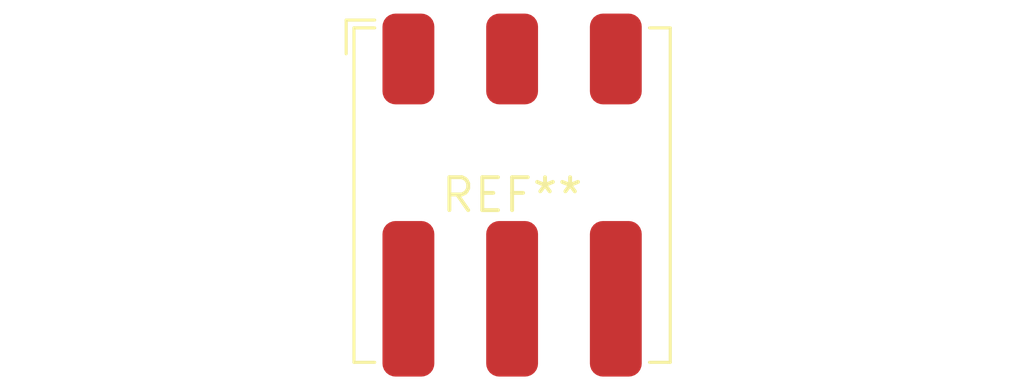
<source format=kicad_pcb>
(kicad_pcb (version 20240108) (generator pcbnew)
  (layers (0 "F.Cu" signal) (31 "B.Cu" signal) (34 "B.Paste" user) (35 "F.Paste" user) (36 "B.SilkS" user "B.Silkscreen") (37 "F.SilkS" user "F.Silkscreen") (38 "B.Mask" user) (39 "F.Mask" user) (44 "Edge.Cuts" user))
  (net 0 "")
  (footprint "TE_2834006-3_1x03_P4.0mm_Horizontal" (layer "F.Cu") (at 0 0)
    (property "Reference" "REF**")
    (property "Value" "TE_2834006-3_1x03_P4.0mm_Horizontal")
    (fp_line (start -6.4 -6.75) (end -6.4 -5.45) (layer "F.SilkS") (stroke (width 0.12)))
    (fp_line (start -6.1 -6.45) (end -5.3 -6.45) (layer "F.SilkS") (stroke (width 0.12)))
    (fp_line (start -6.1 6.45) (end -6.1 -6.45) (layer "F.SilkS") (stroke (width 0.12)))
    (fp_line (start -6.1 6.45) (end -5.3 6.45) (layer "F.SilkS") (stroke (width 0.12)))
    (fp_line (start -5.3 -6.75) (end -6.4 -6.75) (layer "F.SilkS") (stroke (width 0.12)))
    (fp_line (start 6.1 -6.45) (end 5.3 -6.45) (layer "F.SilkS") (stroke (width 0.12)))
    (fp_line (start 6.1 -6.45) (end 6.1 6.45) (layer "F.SilkS") (stroke (width 0.12)))
    (fp_line (start 6.1 6.45) (end 5.3 6.45) (layer "F.SilkS") (stroke (width 0.12)))
    (pad "1" smd roundrect (at -4 -5.25) (size 2 3.5) (layers "F.Cu" "F.Paste" "F.Mask"))
    (pad "1" smd roundrect (at -4 4) (size 2 6) (layers "F.Cu" "F.Paste" "F.Mask"))
    (pad "2" smd roundrect (at 0 -5.25) (size 2 3.5) (layers "F.Cu" "F.Paste" "F.Mask"))
    (pad "2" smd roundrect (at 0 4) (size 2 6) (layers "F.Cu" "F.Paste" "F.Mask"))
    (pad "3" smd roundrect (at 4 -5.25) (size 2 3.5) (layers "F.Cu" "F.Paste" "F.Mask"))
    (pad "3" smd roundrect (at 4 4) (size 2 6) (layers "F.Cu" "F.Paste" "F.Mask"))
  )
)
</source>
